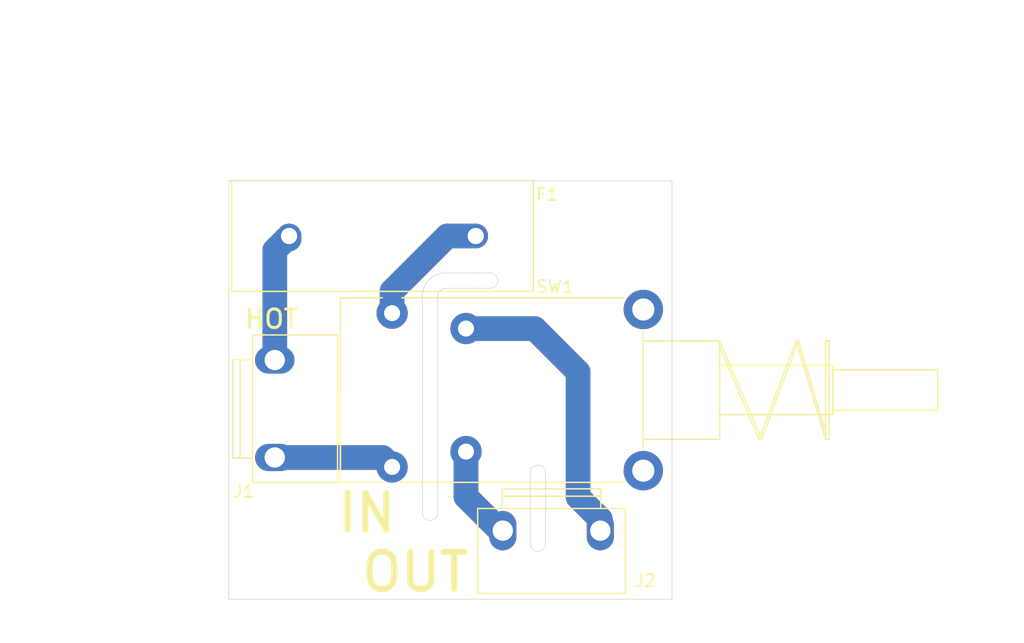
<source format=kicad_pcb>
(kicad_pcb (version 20171130) (host pcbnew "(5.1.0)-1")

  (general
    (thickness 1.6)
    (drawings 29)
    (tracks 31)
    (zones 0)
    (modules 6)
    (nets 6)
  )

  (page A4)
  (layers
    (0 F.Cu signal)
    (31 B.Cu signal)
    (32 B.Adhes user)
    (33 F.Adhes user)
    (34 B.Paste user)
    (35 F.Paste user)
    (36 B.SilkS user)
    (37 F.SilkS user)
    (38 B.Mask user)
    (39 F.Mask user)
    (40 Dwgs.User user)
    (41 Cmts.User user)
    (42 Eco1.User user)
    (43 Eco2.User user)
    (44 Edge.Cuts user)
    (45 Margin user)
    (46 B.CrtYd user)
    (47 F.CrtYd user)
    (48 B.Fab user)
    (49 F.Fab user)
  )

  (setup
    (last_trace_width 0.25)
    (user_trace_width 2)
    (user_trace_width 3)
    (trace_clearance 0.2)
    (zone_clearance 0.508)
    (zone_45_only no)
    (trace_min 0.2)
    (via_size 0.8)
    (via_drill 0.4)
    (via_min_size 0.4)
    (via_min_drill 0.3)
    (uvia_size 0.3)
    (uvia_drill 0.1)
    (uvias_allowed no)
    (uvia_min_size 0.2)
    (uvia_min_drill 0.1)
    (edge_width 0.05)
    (segment_width 0.2)
    (pcb_text_width 0.3)
    (pcb_text_size 1.5 1.5)
    (mod_edge_width 0.12)
    (mod_text_size 1 1)
    (mod_text_width 0.15)
    (pad_size 1.524 1.524)
    (pad_drill 0.762)
    (pad_to_mask_clearance 0.051)
    (solder_mask_min_width 0.25)
    (aux_axis_origin 0 0)
    (visible_elements 7FFFFFFF)
    (pcbplotparams
      (layerselection 0x010fc_ffffffff)
      (usegerberextensions false)
      (usegerberattributes false)
      (usegerberadvancedattributes false)
      (creategerberjobfile false)
      (excludeedgelayer true)
      (linewidth 0.100000)
      (plotframeref false)
      (viasonmask false)
      (mode 1)
      (useauxorigin false)
      (hpglpennumber 1)
      (hpglpenspeed 20)
      (hpglpendiameter 15.000000)
      (psnegative false)
      (psa4output false)
      (plotreference true)
      (plotvalue true)
      (plotinvisibletext false)
      (padsonsilk false)
      (subtractmaskfromsilk false)
      (outputformat 1)
      (mirror false)
      (drillshape 0)
      (scaleselection 1)
      (outputdirectory ""))
  )

  (net 0 "")
  (net 1 "Net-(J1-Pad2)")
  (net 2 "Net-(J2-Pad2)")
  (net 3 "Net-(J2-Pad1)")
  (net 4 "Net-(F1-Pad1)")
  (net 5 "Net-(F1-Pad2)")

  (net_class Default "This is the default net class."
    (clearance 0.2)
    (trace_width 0.25)
    (via_dia 0.8)
    (via_drill 0.4)
    (uvia_dia 0.3)
    (uvia_drill 0.1)
    (add_net "Net-(F1-Pad1)")
    (add_net "Net-(F1-Pad2)")
    (add_net "Net-(J1-Pad2)")
    (add_net "Net-(J2-Pad1)")
    (add_net "Net-(J2-Pad2)")
  )

  (module MountingHole:MountingHole_3.5mm (layer F.Cu) (tedit 56D1B4CB) (tstamp 5CF2C964)
    (at 107.268 52.516)
    (descr "Mounting Hole 3.5mm, no annular")
    (tags "mounting hole 3.5mm no annular")
    (attr virtual)
    (fp_text reference REF** (at 0 -4.5) (layer F.SilkS) hide
      (effects (font (size 1 1) (thickness 0.15)))
    )
    (fp_text value MountingHole_3.5mm (at 13.982 -8.266) (layer F.Fab)
      (effects (font (size 1 1) (thickness 0.15)))
    )
    (fp_circle (center 0 0) (end 3.75 0) (layer F.CrtYd) (width 0.05))
    (fp_circle (center 0 0) (end 3.5 0) (layer Cmts.User) (width 0.15))
    (pad 1 np_thru_hole circle (at 0 0) (size 3.5 3.5) (drill 3.5) (layers *.Cu *.Mask))
  )

  (module MountingHole:MountingHole_3.5mm (layer F.Cu) (tedit 56D1B4CB) (tstamp 5CF10EB0)
    (at 81.268 76.516)
    (descr "Mounting Hole 3.5mm, no annular")
    (tags "mounting hole 3.5mm no annular")
    (attr virtual)
    (fp_text reference REF** (at 0 -4.5) (layer F.SilkS) hide
      (effects (font (size 1 1) (thickness 0.15)))
    )
    (fp_text value MountingHole_3.5mm (at -15.518 7.734) (layer F.Fab)
      (effects (font (size 1 1) (thickness 0.15)))
    )
    (fp_circle (center 0 0) (end 3.75 0) (layer F.CrtYd) (width 0.05))
    (fp_circle (center 0 0) (end 3.5 0) (layer Cmts.User) (width 0.15))
    (fp_text user %R (at 0.3 0) (layer F.Fab)
      (effects (font (size 1 1) (thickness 0.15)))
    )
    (pad 1 np_thru_hole circle (at 0 0) (size 3.5 3.5) (drill 3.5) (layers *.Cu *.Mask))
  )

  (module preample:B2P3-VH (layer F.Cu) (tedit 5CF0A145) (tstamp 5CF1055B)
    (at 80.01 66.04 270)
    (path /5CEE0B48)
    (fp_text reference J1 (at 6.71 2.51) (layer F.SilkS)
      (effects (font (size 1 1) (thickness 0.15)))
    )
    (fp_text value Conn_01x02_Female (at 0 -7.5 270) (layer F.Fab)
      (effects (font (size 1 1) (thickness 0.15)))
    )
    (fp_line (start 6 1.8) (end 6 -5.1) (layer F.SilkS) (width 0.12))
    (fp_line (start 6 -5.1) (end -6 -5.1) (layer F.SilkS) (width 0.12))
    (fp_line (start -6 -5.1) (end -6 1.8) (layer F.SilkS) (width 0.12))
    (fp_line (start -4 3.4) (end 4 3.4) (layer F.SilkS) (width 0.12))
    (fp_line (start 4 3.4) (end 4 1.8) (layer F.SilkS) (width 0.12))
    (fp_line (start -4 1.8) (end -4 3.4) (layer F.SilkS) (width 0.12))
    (fp_line (start 4 2.8) (end -4 2.8) (layer F.SilkS) (width 0.12))
    (fp_line (start 6 1.8) (end -6 1.8) (layer F.SilkS) (width 0.12))
    (pad 1 thru_hole oval (at -3.96 0 270) (size 2.2 3.2) (drill 1.65) (layers *.Cu *.Mask)
      (net 5 "Net-(F1-Pad2)"))
    (pad 2 thru_hole oval (at 3.96 0 270) (size 2.2 3.2) (drill 1.65) (layers *.Cu *.Mask)
      (net 1 "Net-(J1-Pad2)"))
  )

  (module preample:B2P3-VH (layer F.Cu) (tedit 5CF0A145) (tstamp 5CF10D14)
    (at 102.489 75.946 180)
    (path /5CEE38A4)
    (fp_text reference J2 (at -7.62 -4.064 180) (layer F.SilkS)
      (effects (font (size 1 1) (thickness 0.15)))
    )
    (fp_text value Conn_01x02_Female (at 0 -7.5 180) (layer F.Fab)
      (effects (font (size 1 1) (thickness 0.15)))
    )
    (fp_line (start 6 1.8) (end -6 1.8) (layer F.SilkS) (width 0.12))
    (fp_line (start 4 2.8) (end -4 2.8) (layer F.SilkS) (width 0.12))
    (fp_line (start -4 1.8) (end -4 3.4) (layer F.SilkS) (width 0.12))
    (fp_line (start 4 3.4) (end 4 1.8) (layer F.SilkS) (width 0.12))
    (fp_line (start -4 3.4) (end 4 3.4) (layer F.SilkS) (width 0.12))
    (fp_line (start -6 -5.1) (end -6 1.8) (layer F.SilkS) (width 0.12))
    (fp_line (start 6 -5.1) (end -6 -5.1) (layer F.SilkS) (width 0.12))
    (fp_line (start 6 1.8) (end 6 -5.1) (layer F.SilkS) (width 0.12))
    (pad 2 thru_hole oval (at 3.96 0 180) (size 2.2 3.2) (drill 1.65) (layers *.Cu *.Mask)
      (net 2 "Net-(J2-Pad2)"))
    (pad 1 thru_hole oval (at -3.96 0 180) (size 2.2 3.2) (drill 1.65) (layers *.Cu *.Mask)
      (net 3 "Net-(J2-Pad1)"))
  )

  (module preample:E-Switch_P227EE1CXC (layer F.Cu) (tedit 5CF09DEC) (tstamp 5CF36EB7)
    (at 99.740501 64.52)
    (path /5CEDF750)
    (fp_text reference SW1 (at 3.009499 -8.395) (layer F.SilkS)
      (effects (font (size 1 1) (thickness 0.15)))
    )
    (fp_text value SW_DPST (at 0 -10.5) (layer F.Fab)
      (effects (font (size 1 1) (thickness 0.15)))
    )
    (fp_line (start -14.4 0) (end -14.4 7.5) (layer F.SilkS) (width 0.12))
    (fp_line (start -14.4 7.5) (end -14.4 -7.5) (layer F.SilkS) (width 0.12))
    (fp_line (start -9.4 -7.5) (end 8.7 -7.5) (layer F.SilkS) (width 0.12))
    (fp_line (start 10.2 -4.8) (end 10.2 4.8) (layer F.SilkS) (width 0.12))
    (fp_line (start 8.6 7.5) (end -9.5 7.5) (layer F.SilkS) (width 0.12))
    (fp_line (start 10.2 -4) (end 16.4 -4) (layer F.SilkS) (width 0.12))
    (fp_line (start 10.2 4) (end 16.4 4) (layer F.SilkS) (width 0.12))
    (fp_line (start 16.4 4) (end 16.4 -4) (layer F.SilkS) (width 0.12))
    (fp_line (start 25.6 -1.65) (end 34.1 -1.65) (layer F.SilkS) (width 0.12))
    (fp_line (start 34.1 -1.65) (end 34.1 1.65) (layer F.SilkS) (width 0.12))
    (fp_line (start 34.1 1.65) (end 25.6 1.65) (layer F.SilkS) (width 0.12))
    (fp_line (start 25.6 -2) (end 16.4 -2) (layer F.SilkS) (width 0.12))
    (fp_line (start 25.6 2) (end 16.4 2) (layer F.SilkS) (width 0.12))
    (fp_line (start 25.3 -2.9) (end 25.3 2.9) (layer F.SilkS) (width 0.12))
    (fp_line (start 25.3 4) (end 25.3 -4) (layer F.SilkS) (width 0.12))
    (fp_line (start 25.3 -4) (end 25 -4) (layer F.SilkS) (width 0.12))
    (fp_line (start 25 -4) (end 25 4) (layer F.SilkS) (width 0.12))
    (fp_line (start 25 4) (end 25.3 4) (layer F.SilkS) (width 0.12))
    (fp_line (start 25.6 -2) (end 25.6 2) (layer F.SilkS) (width 0.12))
    (fp_line (start 16.4 -4) (end 19.7 3.7) (layer F.SilkS) (width 0.12))
    (fp_line (start 19.6 4) (end 22.6 -4) (layer F.SilkS) (width 0.12))
    (fp_line (start 22.7 -3.7) (end 25 4) (layer F.SilkS) (width 0.12))
    (fp_line (start 25 3.4) (end 22.8 -4) (layer F.SilkS) (width 0.12))
    (fp_line (start 22.8 -4) (end 22.6 -4) (layer F.SilkS) (width 0.12))
    (fp_line (start 22.8 -4) (end 19.8 4) (layer F.SilkS) (width 0.12))
    (fp_line (start 19.8 4) (end 19.6 4) (layer F.SilkS) (width 0.12))
    (fp_line (start 19.6 4) (end 16.4 -3.5) (layer F.SilkS) (width 0.12))
    (fp_line (start -11 -7.5) (end -14.4 -7.5) (layer F.SilkS) (width 0.12))
    (fp_line (start -14.4 7.5) (end -11 7.5) (layer F.SilkS) (width 0.12))
    (pad 3 thru_hole circle (at -10.2 6.25) (size 2.54 2.54) (drill 1.3) (layers *.Cu *.Mask)
      (net 1 "Net-(J1-Pad2)"))
    (pad 1 thru_hole circle (at -10.2 -6.25) (size 2.54 2.54) (drill 1.3) (layers *.Cu *.Mask)
      (net 4 "Net-(F1-Pad1)"))
    (pad 2 thru_hole circle (at -4.2 -5) (size 2.54 2.54) (drill 1.3) (layers *.Cu *.Mask)
      (net 3 "Net-(J2-Pad1)"))
    (pad 4 thru_hole circle (at -4.2 5) (size 2.54 2.54) (drill 1.3) (layers *.Cu *.Mask)
      (net 2 "Net-(J2-Pad2)"))
    (pad 0 thru_hole circle (at 10.2 6.55) (size 3.2 3.2) (drill 1.8) (layers *.Cu *.Mask))
    (pad 0 thru_hole circle (at 10.2 -6.55) (size 3.2 3.2) (drill 1.8) (layers *.Cu *.Mask))
  )

  (module "power:Keystone 4628 Fuse Holder" (layer F.Cu) (tedit 5CF31E97) (tstamp 5CF36E0B)
    (at 88.75 52 180)
    (path /5CF31E3C)
    (fp_text reference F1 (at -13.375 3.375 180) (layer F.SilkS)
      (effects (font (size 1 1) (thickness 0.15)))
    )
    (fp_text value Fuse_Small (at 0 -5.5 180) (layer F.Fab)
      (effects (font (size 1 1) (thickness 0.15)))
    )
    (fp_line (start 12.25 -4.5) (end -12.25 -4.5) (layer F.SilkS) (width 0.12))
    (fp_line (start -12.25 -4.5) (end -12.25 4.5) (layer F.SilkS) (width 0.12))
    (fp_line (start -12.25 4.5) (end 12.25 4.5) (layer F.SilkS) (width 0.12))
    (fp_line (start 12.25 4.5) (end 12.25 -4.5) (layer F.SilkS) (width 0.12))
    (pad 1 thru_hole circle (at -7.58 0 180) (size 2 2) (drill 1.32) (layers *.Cu *.Mask)
      (net 4 "Net-(F1-Pad1)"))
    (pad 2 thru_hole circle (at 7.58 0 180) (size 2 2) (drill 1.32) (layers *.Cu *.Mask)
      (net 5 "Net-(F1-Pad2)"))
  )

  (gr_text HOT (at 79.75 58.75) (layer F.SilkS)
    (effects (font (size 1.5 1.5) (thickness 0.25)))
  )
  (gr_line (start 96.5 56.25) (end 97.5 56.25) (layer Edge.Cuts) (width 0.05) (tstamp 5CF36F5D))
  (gr_line (start 97.5 55) (end 96.5 55) (layer Edge.Cuts) (width 0.05) (tstamp 5CF36F5C))
  (gr_line (start 93.875 56.25) (end 96.5 56.25) (layer Edge.Cuts) (width 0.05) (tstamp 5CF36E3D))
  (gr_line (start 96.5 55) (end 93.875 55) (layer Edge.Cuts) (width 0.05) (tstamp 5CF36E3C))
  (gr_arc (start 93.875 56.875) (end 93.875 55) (angle -90) (layer Edge.Cuts) (width 0.05))
  (gr_arc (start 93.875 56.875) (end 93.875 56.25) (angle -90) (layer Edge.Cuts) (width 0.05))
  (gr_line (start 100.75 71.25) (end 100.75 77) (layer Edge.Cuts) (width 0.05) (tstamp 5CF317B6))
  (gr_line (start 102 77) (end 102 71.25) (layer Edge.Cuts) (width 0.05) (tstamp 5CF317B5))
  (gr_arc (start 101.375 77) (end 100.75 77) (angle -180) (layer Edge.Cuts) (width 0.05) (tstamp 5CF317B4))
  (gr_arc (start 101.375 71.25) (end 102 71.25) (angle -180) (layer Edge.Cuts) (width 0.05) (tstamp 5CF317B3))
  (gr_arc (start 97.5 55.625) (end 97.5 56.25) (angle -180) (layer Edge.Cuts) (width 0.05))
  (gr_arc (start 92.625 74.5) (end 92 74.5) (angle -180) (layer Edge.Cuts) (width 0.05))
  (gr_line (start 92 56.875) (end 92 74.5) (layer Edge.Cuts) (width 0.05))
  (gr_line (start 93.25 74.5) (end 93.25 56.875) (layer Edge.Cuts) (width 0.05))
  (dimension 13.25118 (width 0.15) (layer Dwgs.User)
    (gr_text "13.251 mm" (at 118.89359 56.231) (layer Dwgs.User)
      (effects (font (size 1 1) (thickness 0.15)))
    )
    (feature1 (pts (xy 125.51918 60.325) (xy 125.51918 56.944579)))
    (feature2 (pts (xy 112.268 60.325) (xy 112.268 56.944579)))
    (crossbar (pts (xy 112.268 57.531) (xy 125.51918 57.531)))
    (arrow1a (pts (xy 125.51918 57.531) (xy 124.392676 58.117421)))
    (arrow1b (pts (xy 125.51918 57.531) (xy 124.392676 56.944579)))
    (arrow2a (pts (xy 112.268 57.531) (xy 113.394504 58.117421)))
    (arrow2b (pts (xy 112.268 57.531) (xy 113.394504 56.944579)))
  )
  (dimension 5 (width 0.15) (layer Dwgs.User) (tstamp 5CF2D15A)
    (gr_text "5.000 mm" (at 78.768 84.703) (layer Dwgs.User) (tstamp 5CF2D15A)
      (effects (font (size 1 1) (thickness 0.15)))
    )
    (feature1 (pts (xy 76.268 81.516) (xy 76.268 83.989421)))
    (feature2 (pts (xy 81.268 81.516) (xy 81.268 83.989421)))
    (crossbar (pts (xy 81.268 83.403) (xy 76.268 83.403)))
    (arrow1a (pts (xy 76.268 83.403) (xy 77.394504 82.816579)))
    (arrow1b (pts (xy 76.268 83.403) (xy 77.394504 83.989421)))
    (arrow2a (pts (xy 81.268 83.403) (xy 80.141496 82.816579)))
    (arrow2b (pts (xy 81.268 83.403) (xy 80.141496 83.989421)))
  )
  (dimension 17 (width 0.15) (layer Dwgs.User)
    (gr_text "17.000 mm" (at 137.210092 56.018896 -89.99831146) (layer Dwgs.User)
      (effects (font (size 1 1) (thickness 0.15)))
    )
    (feature1 (pts (xy 99.74 47.52) (xy 136.496263 47.518917)))
    (feature2 (pts (xy 99.740501 64.52) (xy 136.496764 64.518917)))
    (crossbar (pts (xy 135.910343 64.518934) (xy 135.909842 47.518934)))
    (arrow1a (pts (xy 135.909842 47.518934) (xy 136.496296 48.64542)))
    (arrow1b (pts (xy 135.909842 47.518934) (xy 135.323454 48.645455)))
    (arrow2a (pts (xy 135.910343 64.518934) (xy 136.496731 63.392413)))
    (arrow2b (pts (xy 135.910343 64.518934) (xy 135.323889 63.392448)))
  )
  (dimension 5 (width 0.15) (layer Dwgs.User)
    (gr_text "5.000 mm" (at 72.401 79.016 90) (layer Dwgs.User)
      (effects (font (size 1 1) (thickness 0.15)))
    )
    (feature1 (pts (xy 76.268 76.516) (xy 73.114579 76.516)))
    (feature2 (pts (xy 76.268 81.516) (xy 73.114579 81.516)))
    (crossbar (pts (xy 73.701 81.516) (xy 73.701 76.516)))
    (arrow1a (pts (xy 73.701 76.516) (xy 74.287421 77.642504)))
    (arrow1b (pts (xy 73.701 76.516) (xy 73.114579 77.642504)))
    (arrow2a (pts (xy 73.701 81.516) (xy 74.287421 80.389496)))
    (arrow2b (pts (xy 73.701 81.516) (xy 73.114579 80.389496)))
  )
  (dimension 5 (width 0.15) (layer Dwgs.User)
    (gr_text "5.000 mm" (at 120.796965 50.016 90) (layer Dwgs.User)
      (effects (font (size 1 1) (thickness 0.15)))
    )
    (feature1 (pts (xy 112.268 47.516) (xy 120.083386 47.516)))
    (feature2 (pts (xy 112.268 52.516) (xy 120.083386 52.516)))
    (crossbar (pts (xy 119.496965 52.516) (xy 119.496965 47.516)))
    (arrow1a (pts (xy 119.496965 47.516) (xy 120.083386 48.642504)))
    (arrow1b (pts (xy 119.496965 47.516) (xy 118.910544 48.642504)))
    (arrow2a (pts (xy 119.496965 52.516) (xy 120.083386 51.389496)))
    (arrow2b (pts (xy 119.496965 52.516) (xy 118.910544 51.389496)))
  )
  (dimension 5 (width 0.15) (layer Dwgs.User)
    (gr_text "5.000 mm" (at 109.768 43.93) (layer Dwgs.User)
      (effects (font (size 1 1) (thickness 0.15)))
    )
    (feature1 (pts (xy 107.268 47.516) (xy 107.268 44.643579)))
    (feature2 (pts (xy 112.268 47.516) (xy 112.268 44.643579)))
    (crossbar (pts (xy 112.268 45.23) (xy 107.268 45.23)))
    (arrow1a (pts (xy 107.268 45.23) (xy 108.394504 44.643579)))
    (arrow1b (pts (xy 107.268 45.23) (xy 108.394504 45.816421)))
    (arrow2a (pts (xy 112.268 45.23) (xy 111.141496 44.643579)))
    (arrow2b (pts (xy 112.268 45.23) (xy 111.141496 45.816421)))
  )
  (dimension 34 (width 0.15) (layer Dwgs.User)
    (gr_text "34.000 mm" (at 64.808 64.516 270) (layer Dwgs.User)
      (effects (font (size 1 1) (thickness 0.15)))
    )
    (feature1 (pts (xy 76.268 81.516) (xy 65.521579 81.516)))
    (feature2 (pts (xy 76.268 47.516) (xy 65.521579 47.516)))
    (crossbar (pts (xy 66.108 47.516) (xy 66.108 81.516)))
    (arrow1a (pts (xy 66.108 81.516) (xy 65.521579 80.389496)))
    (arrow1b (pts (xy 66.108 81.516) (xy 66.694421 80.389496)))
    (arrow2a (pts (xy 66.108 47.516) (xy 65.521579 48.642504)))
    (arrow2b (pts (xy 66.108 47.516) (xy 66.694421 48.642504)))
  )
  (dimension 36 (width 0.15) (layer Dwgs.User)
    (gr_text "36.000 mm" (at 94.268 33.516) (layer Dwgs.User)
      (effects (font (size 1 1) (thickness 0.15)))
    )
    (feature1 (pts (xy 76.268 47.516) (xy 76.268 34.229579)))
    (feature2 (pts (xy 112.268 47.516) (xy 112.268 34.229579)))
    (crossbar (pts (xy 112.268 34.816) (xy 76.268 34.816)))
    (arrow1a (pts (xy 76.268 34.816) (xy 77.394504 34.229579)))
    (arrow1b (pts (xy 76.268 34.816) (xy 77.394504 35.402421)))
    (arrow2a (pts (xy 112.268 34.816) (xy 111.141496 34.229579)))
    (arrow2b (pts (xy 112.268 34.816) (xy 111.141496 35.402421)))
  )
  (gr_text OUT (at 91.44 79.3115) (layer F.SilkS)
    (effects (font (size 3 3) (thickness 0.5)))
  )
  (gr_text IN (at 87.5 74.5) (layer F.SilkS)
    (effects (font (size 3 3) (thickness 0.5)))
  )
  (gr_line (start 76.268 81.516) (end 112.268 81.516) (layer Edge.Cuts) (width 0.05) (tstamp 5CF10909))
  (gr_line (start 76.268 47.516) (end 76.268 81.516) (layer Edge.Cuts) (width 0.05))
  (gr_line (start 112.268 47.516) (end 76.268 47.516) (layer Edge.Cuts) (width 0.05))
  (gr_line (start 112.268 81.516) (end 112.268 47.516) (layer Edge.Cuts) (width 0.05))

  (segment (start 88.770501 70) (end 89.540501 70.77) (width 2) (layer B.Cu) (net 1) (tstamp 5CF2D0E3))
  (segment (start 80.01 70) (end 88.770501 70) (width 2) (layer B.Cu) (net 1) (tstamp 5CF2D0E4))
  (segment (start 88.770501 70) (end 89.540501 70.77) (width 2) (layer F.Cu) (net 1))
  (segment (start 80.01 70) (end 88.770501 70) (width 2) (layer F.Cu) (net 1))
  (segment (start 95.540501 73.188501) (end 95.540501 69.52) (width 2) (layer B.Cu) (net 2) (tstamp 5CF2D0DB))
  (segment (start 98.298 75.946) (end 95.540501 73.188501) (width 2) (layer B.Cu) (net 2) (tstamp 5CF2D0DC))
  (segment (start 95.540501 73.188501) (end 95.540501 69.52) (width 2) (layer F.Cu) (net 2))
  (segment (start 98.529 75.946) (end 98.298 75.946) (width 2) (layer F.Cu) (net 2))
  (segment (start 98.298 75.946) (end 95.540501 73.188501) (width 2) (layer F.Cu) (net 2))
  (segment (start 104.648 73.2155) (end 106.449 75.0165) (width 2) (layer B.Cu) (net 3) (tstamp 5CF2D0DD))
  (segment (start 104.648 63.0555) (end 104.648 73.2155) (width 2) (layer B.Cu) (net 3) (tstamp 5CF2D0DF))
  (segment (start 95.540501 59.52) (end 101.1125 59.52) (width 2) (layer B.Cu) (net 3) (tstamp 5CF2D0E0))
  (segment (start 106.449 75.0165) (end 106.449 75.946) (width 2) (layer B.Cu) (net 3) (tstamp 5CF2D0E1))
  (segment (start 101.1125 59.52) (end 104.648 63.0555) (width 2) (layer B.Cu) (net 3) (tstamp 5CF2D0E2))
  (segment (start 106.449 75.0165) (end 106.449 75.946) (width 2) (layer F.Cu) (net 3))
  (segment (start 104.648 73.2155) (end 106.449 75.0165) (width 2) (layer F.Cu) (net 3))
  (segment (start 104.648 63.0555) (end 104.648 73.2155) (width 2) (layer F.Cu) (net 3))
  (segment (start 95.540501 59.52) (end 101.1125 59.52) (width 2) (layer F.Cu) (net 3))
  (segment (start 101.1125 59.52) (end 104.648 63.0555) (width 2) (layer F.Cu) (net 3))
  (segment (start 94.01445 52) (end 96.33 52) (width 2) (layer F.Cu) (net 4))
  (segment (start 89.540501 58.27) (end 89.540501 56.473949) (width 2) (layer F.Cu) (net 4))
  (segment (start 89.540501 56.473949) (end 94.01445 52) (width 2) (layer F.Cu) (net 4))
  (segment (start 94.01445 52) (end 96.33 52) (width 2) (layer B.Cu) (net 4))
  (segment (start 89.540501 58.27) (end 89.540501 56.473949) (width 2) (layer B.Cu) (net 4))
  (segment (start 89.540501 56.473949) (end 94.01445 52) (width 2) (layer B.Cu) (net 4))
  (segment (start 80.01 53.16) (end 80.01 62.08) (width 2) (layer F.Cu) (net 5))
  (segment (start 81.17 52.25) (end 80.92 52.25) (width 2) (layer F.Cu) (net 5))
  (segment (start 80.92 52.25) (end 80.01 53.16) (width 2) (layer F.Cu) (net 5))
  (segment (start 80.01 53.16) (end 80.01 62.08) (width 2) (layer B.Cu) (net 5))
  (segment (start 81.17 52.25) (end 81.17 52) (width 2) (layer B.Cu) (net 5))
  (segment (start 81.17 52) (end 80.01 53.16) (width 2) (layer B.Cu) (net 5))

)

</source>
